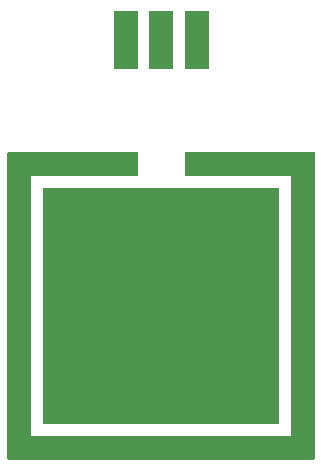
<source format=gts>
%TF.GenerationSoftware,KiCad,Pcbnew,8.0.4*%
%TF.CreationDate,2024-08-22T19:39:17+02:00*%
%TF.ProjectId,GoldElectrode,476f6c64-456c-4656-9374-726f64652e6b,rev?*%
%TF.SameCoordinates,Original*%
%TF.FileFunction,Soldermask,Top*%
%TF.FilePolarity,Negative*%
%FSLAX46Y46*%
G04 Gerber Fmt 4.6, Leading zero omitted, Abs format (unit mm)*
G04 Created by KiCad (PCBNEW 8.0.4) date 2024-08-22 19:39:17*
%MOMM*%
%LPD*%
G01*
G04 APERTURE LIST*
%ADD10R,2.000000X5.000000*%
%ADD11R,20.000000X20.000000*%
%ADD12R,2.000000X26.000000*%
%ADD13R,11.000000X2.000000*%
%ADD14R,26.000000X2.000000*%
G04 APERTURE END LIST*
D10*
%TO.C,J4*%
X109000000Y-53500000D03*
X106000000Y-53500000D03*
X112000000Y-53500000D03*
%TD*%
D11*
%TO.C,J3*%
X109000000Y-76000000D03*
D12*
X97000000Y-76000000D03*
D13*
X101500000Y-64000000D03*
D14*
X109000000Y-88000000D03*
D13*
X116500000Y-64000000D03*
D12*
X121000000Y-76000000D03*
%TD*%
M02*

</source>
